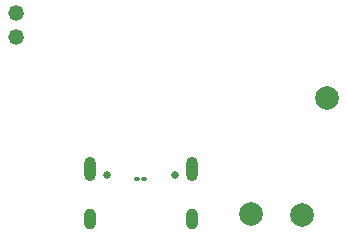
<source format=gbs>
G04 #@! TF.GenerationSoftware,KiCad,Pcbnew,9.0.0*
G04 #@! TF.CreationDate,2025-04-10T22:34:47-07:00*
G04 #@! TF.ProjectId,HOPE_ESP32_Drone,484f5045-5f45-4535-9033-325f44726f6e,rev?*
G04 #@! TF.SameCoordinates,Original*
G04 #@! TF.FileFunction,Soldermask,Bot*
G04 #@! TF.FilePolarity,Negative*
%FSLAX46Y46*%
G04 Gerber Fmt 4.6, Leading zero omitted, Abs format (unit mm)*
G04 Created by KiCad (PCBNEW 9.0.0) date 2025-04-10 22:34:47*
%MOMM*%
%LPD*%
G01*
G04 APERTURE LIST*
G04 Aperture macros list*
%AMRoundRect*
0 Rectangle with rounded corners*
0 $1 Rounding radius*
0 $2 $3 $4 $5 $6 $7 $8 $9 X,Y pos of 4 corners*
0 Add a 4 corners polygon primitive as box body*
4,1,4,$2,$3,$4,$5,$6,$7,$8,$9,$2,$3,0*
0 Add four circle primitives for the rounded corners*
1,1,$1+$1,$2,$3*
1,1,$1+$1,$4,$5*
1,1,$1+$1,$6,$7*
1,1,$1+$1,$8,$9*
0 Add four rect primitives between the rounded corners*
20,1,$1+$1,$2,$3,$4,$5,0*
20,1,$1+$1,$4,$5,$6,$7,0*
20,1,$1+$1,$6,$7,$8,$9,0*
20,1,$1+$1,$8,$9,$2,$3,0*%
G04 Aperture macros list end*
%ADD10C,1.320800*%
%ADD11C,2.000000*%
%ADD12C,0.650000*%
%ADD13O,1.000000X2.100000*%
%ADD14O,1.000000X1.800000*%
%ADD15RoundRect,0.100000X-0.130000X-0.100000X0.130000X-0.100000X0.130000X0.100000X-0.130000X0.100000X0*%
G04 APERTURE END LIST*
D10*
G04 #@! TO.C,VBAT*
X111720000Y-74311000D03*
X111720000Y-76311001D03*
G04 #@! TD*
D11*
G04 #@! TO.C,3.3V*
X135940800Y-91389200D03*
G04 #@! TD*
G04 #@! TO.C,TP3*
X138049000Y-81432400D03*
G04 #@! TD*
D12*
G04 #@! TO.C,J7*
X119385600Y-88014000D03*
X125165600Y-88014000D03*
D13*
X117955600Y-87514000D03*
X126595600Y-87514000D03*
D14*
X117955600Y-91694000D03*
X126595600Y-91694000D03*
G04 #@! TD*
D11*
G04 #@! TO.C,VBUS*
X131572000Y-91262200D03*
G04 #@! TD*
D15*
G04 #@! TO.C,R26*
X121940400Y-88341200D03*
X122580400Y-88341200D03*
G04 #@! TD*
M02*

</source>
